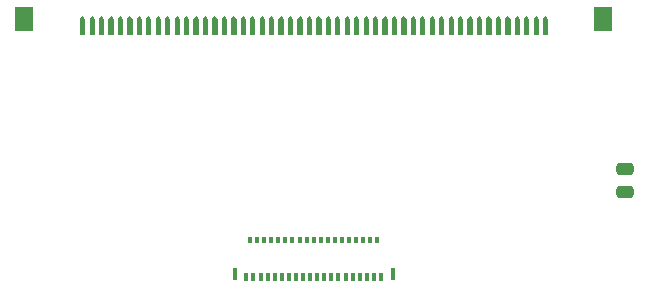
<source format=gbr>
%TF.GenerationSoftware,KiCad,Pcbnew,(7.0.0)*%
%TF.CreationDate,2023-08-31T15:59:46+04:00*%
%TF.ProjectId,RD53B_Quad_ZIF_to_ERF8_Data_Adapter,52443533-425f-4517-9561-645f5a49465f,V0*%
%TF.SameCoordinates,Original*%
%TF.FileFunction,Paste,Top*%
%TF.FilePolarity,Positive*%
%FSLAX46Y46*%
G04 Gerber Fmt 4.6, Leading zero omitted, Abs format (unit mm)*
G04 Created by KiCad (PCBNEW (7.0.0)) date 2023-08-31 15:59:46*
%MOMM*%
%LPD*%
G01*
G04 APERTURE LIST*
G04 Aperture macros list*
%AMRoundRect*
0 Rectangle with rounded corners*
0 $1 Rounding radius*
0 $2 $3 $4 $5 $6 $7 $8 $9 X,Y pos of 4 corners*
0 Add a 4 corners polygon primitive as box body*
4,1,4,$2,$3,$4,$5,$6,$7,$8,$9,$2,$3,0*
0 Add four circle primitives for the rounded corners*
1,1,$1+$1,$2,$3*
1,1,$1+$1,$4,$5*
1,1,$1+$1,$6,$7*
1,1,$1+$1,$8,$9*
0 Add four rect primitives between the rounded corners*
20,1,$1+$1,$2,$3,$4,$5,0*
20,1,$1+$1,$4,$5,$6,$7,0*
20,1,$1+$1,$6,$7,$8,$9,0*
20,1,$1+$1,$8,$9,$2,$3,0*%
G04 Aperture macros list end*
%ADD10C,0.010000*%
%ADD11R,1.500000X2.000000*%
%ADD12RoundRect,0.250000X0.475000X-0.250000X0.475000X0.250000X-0.475000X0.250000X-0.475000X-0.250000X0*%
%ADD13R,0.300000X0.700000*%
%ADD14R,0.300000X0.500000*%
%ADD15R,0.350000X1.000000*%
G04 APERTURE END LIST*
%TO.C,J5*%
G36*
X133000500Y-86240000D02*
G01*
X133000500Y-87510000D01*
X132640500Y-87510000D01*
X132640500Y-86240000D01*
X132820500Y-85980000D01*
X133000500Y-86240000D01*
G37*
D10*
X133000500Y-86240000D02*
X133000500Y-87510000D01*
X132640500Y-87510000D01*
X132640500Y-86240000D01*
X132820500Y-85980000D01*
X133000500Y-86240000D01*
G36*
X133800500Y-86240000D02*
G01*
X133800500Y-87510000D01*
X133440500Y-87510000D01*
X133440500Y-86240000D01*
X133620500Y-85980000D01*
X133800500Y-86240000D01*
G37*
X133800500Y-86240000D02*
X133800500Y-87510000D01*
X133440500Y-87510000D01*
X133440500Y-86240000D01*
X133620500Y-85980000D01*
X133800500Y-86240000D01*
G36*
X134600500Y-86240000D02*
G01*
X134600500Y-87510000D01*
X134240500Y-87510000D01*
X134240500Y-86240000D01*
X134420500Y-85980000D01*
X134600500Y-86240000D01*
G37*
X134600500Y-86240000D02*
X134600500Y-87510000D01*
X134240500Y-87510000D01*
X134240500Y-86240000D01*
X134420500Y-85980000D01*
X134600500Y-86240000D01*
G36*
X135400500Y-86240000D02*
G01*
X135400500Y-87510000D01*
X135040500Y-87510000D01*
X135040500Y-86240000D01*
X135220500Y-85980000D01*
X135400500Y-86240000D01*
G37*
X135400500Y-86240000D02*
X135400500Y-87510000D01*
X135040500Y-87510000D01*
X135040500Y-86240000D01*
X135220500Y-85980000D01*
X135400500Y-86240000D01*
G36*
X136200500Y-86240000D02*
G01*
X136200500Y-87510000D01*
X135840500Y-87510000D01*
X135840500Y-86240000D01*
X136020500Y-85980000D01*
X136200500Y-86240000D01*
G37*
X136200500Y-86240000D02*
X136200500Y-87510000D01*
X135840500Y-87510000D01*
X135840500Y-86240000D01*
X136020500Y-85980000D01*
X136200500Y-86240000D01*
G36*
X137000500Y-86240000D02*
G01*
X137000500Y-87510000D01*
X136640500Y-87510000D01*
X136640500Y-86240000D01*
X136820500Y-85980000D01*
X137000500Y-86240000D01*
G37*
X137000500Y-86240000D02*
X137000500Y-87510000D01*
X136640500Y-87510000D01*
X136640500Y-86240000D01*
X136820500Y-85980000D01*
X137000500Y-86240000D01*
G36*
X137800500Y-86240000D02*
G01*
X137800500Y-87510000D01*
X137440500Y-87510000D01*
X137440500Y-86240000D01*
X137620500Y-85980000D01*
X137800500Y-86240000D01*
G37*
X137800500Y-86240000D02*
X137800500Y-87510000D01*
X137440500Y-87510000D01*
X137440500Y-86240000D01*
X137620500Y-85980000D01*
X137800500Y-86240000D01*
G36*
X138600500Y-86240000D02*
G01*
X138600500Y-87510000D01*
X138240500Y-87510000D01*
X138240500Y-86240000D01*
X138420500Y-85980000D01*
X138600500Y-86240000D01*
G37*
X138600500Y-86240000D02*
X138600500Y-87510000D01*
X138240500Y-87510000D01*
X138240500Y-86240000D01*
X138420500Y-85980000D01*
X138600500Y-86240000D01*
G36*
X139400500Y-86240000D02*
G01*
X139400500Y-87510000D01*
X139040500Y-87510000D01*
X139040500Y-86240000D01*
X139220500Y-85980000D01*
X139400500Y-86240000D01*
G37*
X139400500Y-86240000D02*
X139400500Y-87510000D01*
X139040500Y-87510000D01*
X139040500Y-86240000D01*
X139220500Y-85980000D01*
X139400500Y-86240000D01*
G36*
X140200500Y-86240000D02*
G01*
X140200500Y-87510000D01*
X139840500Y-87510000D01*
X139840500Y-86240000D01*
X140020500Y-85980000D01*
X140200500Y-86240000D01*
G37*
X140200500Y-86240000D02*
X140200500Y-87510000D01*
X139840500Y-87510000D01*
X139840500Y-86240000D01*
X140020500Y-85980000D01*
X140200500Y-86240000D01*
G36*
X141000500Y-86240000D02*
G01*
X141000500Y-87510000D01*
X140640500Y-87510000D01*
X140640500Y-86240000D01*
X140820500Y-85980000D01*
X141000500Y-86240000D01*
G37*
X141000500Y-86240000D02*
X141000500Y-87510000D01*
X140640500Y-87510000D01*
X140640500Y-86240000D01*
X140820500Y-85980000D01*
X141000500Y-86240000D01*
G36*
X141800500Y-86240000D02*
G01*
X141800500Y-87510000D01*
X141440500Y-87510000D01*
X141440500Y-86240000D01*
X141620500Y-85980000D01*
X141800500Y-86240000D01*
G37*
X141800500Y-86240000D02*
X141800500Y-87510000D01*
X141440500Y-87510000D01*
X141440500Y-86240000D01*
X141620500Y-85980000D01*
X141800500Y-86240000D01*
G36*
X142600500Y-86240000D02*
G01*
X142600500Y-87510000D01*
X142240500Y-87510000D01*
X142240500Y-86240000D01*
X142420500Y-85980000D01*
X142600500Y-86240000D01*
G37*
X142600500Y-86240000D02*
X142600500Y-87510000D01*
X142240500Y-87510000D01*
X142240500Y-86240000D01*
X142420500Y-85980000D01*
X142600500Y-86240000D01*
G36*
X143400500Y-86240000D02*
G01*
X143400500Y-87510000D01*
X143040500Y-87510000D01*
X143040500Y-86240000D01*
X143220500Y-85980000D01*
X143400500Y-86240000D01*
G37*
X143400500Y-86240000D02*
X143400500Y-87510000D01*
X143040500Y-87510000D01*
X143040500Y-86240000D01*
X143220500Y-85980000D01*
X143400500Y-86240000D01*
G36*
X144200500Y-86240000D02*
G01*
X144200500Y-87510000D01*
X143840500Y-87510000D01*
X143840500Y-86240000D01*
X144020500Y-85980000D01*
X144200500Y-86240000D01*
G37*
X144200500Y-86240000D02*
X144200500Y-87510000D01*
X143840500Y-87510000D01*
X143840500Y-86240000D01*
X144020500Y-85980000D01*
X144200500Y-86240000D01*
G36*
X145000500Y-86240000D02*
G01*
X145000500Y-87510000D01*
X144640500Y-87510000D01*
X144640500Y-86240000D01*
X144820500Y-85980000D01*
X145000500Y-86240000D01*
G37*
X145000500Y-86240000D02*
X145000500Y-87510000D01*
X144640500Y-87510000D01*
X144640500Y-86240000D01*
X144820500Y-85980000D01*
X145000500Y-86240000D01*
G36*
X145800500Y-86240000D02*
G01*
X145800500Y-87510000D01*
X145440500Y-87510000D01*
X145440500Y-86240000D01*
X145620500Y-85980000D01*
X145800500Y-86240000D01*
G37*
X145800500Y-86240000D02*
X145800500Y-87510000D01*
X145440500Y-87510000D01*
X145440500Y-86240000D01*
X145620500Y-85980000D01*
X145800500Y-86240000D01*
G36*
X146600500Y-86240000D02*
G01*
X146600500Y-87510000D01*
X146240500Y-87510000D01*
X146240500Y-86240000D01*
X146420500Y-85980000D01*
X146600500Y-86240000D01*
G37*
X146600500Y-86240000D02*
X146600500Y-87510000D01*
X146240500Y-87510000D01*
X146240500Y-86240000D01*
X146420500Y-85980000D01*
X146600500Y-86240000D01*
G36*
X147400500Y-86240000D02*
G01*
X147400500Y-87510000D01*
X147040500Y-87510000D01*
X147040500Y-86240000D01*
X147220500Y-85980000D01*
X147400500Y-86240000D01*
G37*
X147400500Y-86240000D02*
X147400500Y-87510000D01*
X147040500Y-87510000D01*
X147040500Y-86240000D01*
X147220500Y-85980000D01*
X147400500Y-86240000D01*
G36*
X148200500Y-86240000D02*
G01*
X148200500Y-87510000D01*
X147840500Y-87510000D01*
X147840500Y-86240000D01*
X148020500Y-85980000D01*
X148200500Y-86240000D01*
G37*
X148200500Y-86240000D02*
X148200500Y-87510000D01*
X147840500Y-87510000D01*
X147840500Y-86240000D01*
X148020500Y-85980000D01*
X148200500Y-86240000D01*
G36*
X149000500Y-86240000D02*
G01*
X149000500Y-87510000D01*
X148640500Y-87510000D01*
X148640500Y-86240000D01*
X148820500Y-85980000D01*
X149000500Y-86240000D01*
G37*
X149000500Y-86240000D02*
X149000500Y-87510000D01*
X148640500Y-87510000D01*
X148640500Y-86240000D01*
X148820500Y-85980000D01*
X149000500Y-86240000D01*
G36*
X149800500Y-86240000D02*
G01*
X149800500Y-87510000D01*
X149440500Y-87510000D01*
X149440500Y-86240000D01*
X149620500Y-85980000D01*
X149800500Y-86240000D01*
G37*
X149800500Y-86240000D02*
X149800500Y-87510000D01*
X149440500Y-87510000D01*
X149440500Y-86240000D01*
X149620500Y-85980000D01*
X149800500Y-86240000D01*
G36*
X150600500Y-86240000D02*
G01*
X150600500Y-87510000D01*
X150240500Y-87510000D01*
X150240500Y-86240000D01*
X150420500Y-85980000D01*
X150600500Y-86240000D01*
G37*
X150600500Y-86240000D02*
X150600500Y-87510000D01*
X150240500Y-87510000D01*
X150240500Y-86240000D01*
X150420500Y-85980000D01*
X150600500Y-86240000D01*
G36*
X151400500Y-86240000D02*
G01*
X151400500Y-87510000D01*
X151040500Y-87510000D01*
X151040500Y-86240000D01*
X151220500Y-85980000D01*
X151400500Y-86240000D01*
G37*
X151400500Y-86240000D02*
X151400500Y-87510000D01*
X151040500Y-87510000D01*
X151040500Y-86240000D01*
X151220500Y-85980000D01*
X151400500Y-86240000D01*
G36*
X152200500Y-86240000D02*
G01*
X152200500Y-87510000D01*
X151840500Y-87510000D01*
X151840500Y-86240000D01*
X152020500Y-85980000D01*
X152200500Y-86240000D01*
G37*
X152200500Y-86240000D02*
X152200500Y-87510000D01*
X151840500Y-87510000D01*
X151840500Y-86240000D01*
X152020500Y-85980000D01*
X152200500Y-86240000D01*
G36*
X153000500Y-86240000D02*
G01*
X153000500Y-87510000D01*
X152640500Y-87510000D01*
X152640500Y-86240000D01*
X152820500Y-85980000D01*
X153000500Y-86240000D01*
G37*
X153000500Y-86240000D02*
X153000500Y-87510000D01*
X152640500Y-87510000D01*
X152640500Y-86240000D01*
X152820500Y-85980000D01*
X153000500Y-86240000D01*
G36*
X153800500Y-86240000D02*
G01*
X153800500Y-87510000D01*
X153440500Y-87510000D01*
X153440500Y-86240000D01*
X153620500Y-85980000D01*
X153800500Y-86240000D01*
G37*
X153800500Y-86240000D02*
X153800500Y-87510000D01*
X153440500Y-87510000D01*
X153440500Y-86240000D01*
X153620500Y-85980000D01*
X153800500Y-86240000D01*
G36*
X154600500Y-86240000D02*
G01*
X154600500Y-87510000D01*
X154240500Y-87510000D01*
X154240500Y-86240000D01*
X154420500Y-85980000D01*
X154600500Y-86240000D01*
G37*
X154600500Y-86240000D02*
X154600500Y-87510000D01*
X154240500Y-87510000D01*
X154240500Y-86240000D01*
X154420500Y-85980000D01*
X154600500Y-86240000D01*
G36*
X155400500Y-86240000D02*
G01*
X155400500Y-87510000D01*
X155040500Y-87510000D01*
X155040500Y-86240000D01*
X155220500Y-85980000D01*
X155400500Y-86240000D01*
G37*
X155400500Y-86240000D02*
X155400500Y-87510000D01*
X155040500Y-87510000D01*
X155040500Y-86240000D01*
X155220500Y-85980000D01*
X155400500Y-86240000D01*
G36*
X156200500Y-86240000D02*
G01*
X156200500Y-87510000D01*
X155840500Y-87510000D01*
X155840500Y-86240000D01*
X156020500Y-85980000D01*
X156200500Y-86240000D01*
G37*
X156200500Y-86240000D02*
X156200500Y-87510000D01*
X155840500Y-87510000D01*
X155840500Y-86240000D01*
X156020500Y-85980000D01*
X156200500Y-86240000D01*
G36*
X157000500Y-86240000D02*
G01*
X157000500Y-87510000D01*
X156640500Y-87510000D01*
X156640500Y-86240000D01*
X156820500Y-85980000D01*
X157000500Y-86240000D01*
G37*
X157000500Y-86240000D02*
X157000500Y-87510000D01*
X156640500Y-87510000D01*
X156640500Y-86240000D01*
X156820500Y-85980000D01*
X157000500Y-86240000D01*
G36*
X157800500Y-86240000D02*
G01*
X157800500Y-87510000D01*
X157440500Y-87510000D01*
X157440500Y-86240000D01*
X157620500Y-85980000D01*
X157800500Y-86240000D01*
G37*
X157800500Y-86240000D02*
X157800500Y-87510000D01*
X157440500Y-87510000D01*
X157440500Y-86240000D01*
X157620500Y-85980000D01*
X157800500Y-86240000D01*
G36*
X158600500Y-86240000D02*
G01*
X158600500Y-87510000D01*
X158240500Y-87510000D01*
X158240500Y-86240000D01*
X158420500Y-85980000D01*
X158600500Y-86240000D01*
G37*
X158600500Y-86240000D02*
X158600500Y-87510000D01*
X158240500Y-87510000D01*
X158240500Y-86240000D01*
X158420500Y-85980000D01*
X158600500Y-86240000D01*
G36*
X159400500Y-86240000D02*
G01*
X159400500Y-87510000D01*
X159040500Y-87510000D01*
X159040500Y-86240000D01*
X159220500Y-85980000D01*
X159400500Y-86240000D01*
G37*
X159400500Y-86240000D02*
X159400500Y-87510000D01*
X159040500Y-87510000D01*
X159040500Y-86240000D01*
X159220500Y-85980000D01*
X159400500Y-86240000D01*
G36*
X160200500Y-86240000D02*
G01*
X160200500Y-87510000D01*
X159840500Y-87510000D01*
X159840500Y-86240000D01*
X160020500Y-85980000D01*
X160200500Y-86240000D01*
G37*
X160200500Y-86240000D02*
X160200500Y-87510000D01*
X159840500Y-87510000D01*
X159840500Y-86240000D01*
X160020500Y-85980000D01*
X160200500Y-86240000D01*
G36*
X161000500Y-86240000D02*
G01*
X161000500Y-87510000D01*
X160640500Y-87510000D01*
X160640500Y-86240000D01*
X160820500Y-85980000D01*
X161000500Y-86240000D01*
G37*
X161000500Y-86240000D02*
X161000500Y-87510000D01*
X160640500Y-87510000D01*
X160640500Y-86240000D01*
X160820500Y-85980000D01*
X161000500Y-86240000D01*
G36*
X161800500Y-86240000D02*
G01*
X161800500Y-87510000D01*
X161440500Y-87510000D01*
X161440500Y-86240000D01*
X161620500Y-85980000D01*
X161800500Y-86240000D01*
G37*
X161800500Y-86240000D02*
X161800500Y-87510000D01*
X161440500Y-87510000D01*
X161440500Y-86240000D01*
X161620500Y-85980000D01*
X161800500Y-86240000D01*
G36*
X162600500Y-86240000D02*
G01*
X162600500Y-87510000D01*
X162240500Y-87510000D01*
X162240500Y-86240000D01*
X162420500Y-85980000D01*
X162600500Y-86240000D01*
G37*
X162600500Y-86240000D02*
X162600500Y-87510000D01*
X162240500Y-87510000D01*
X162240500Y-86240000D01*
X162420500Y-85980000D01*
X162600500Y-86240000D01*
G36*
X163400500Y-86240000D02*
G01*
X163400500Y-87510000D01*
X163040500Y-87510000D01*
X163040500Y-86240000D01*
X163220500Y-85980000D01*
X163400500Y-86240000D01*
G37*
X163400500Y-86240000D02*
X163400500Y-87510000D01*
X163040500Y-87510000D01*
X163040500Y-86240000D01*
X163220500Y-85980000D01*
X163400500Y-86240000D01*
G36*
X164200500Y-86240000D02*
G01*
X164200500Y-87510000D01*
X163840500Y-87510000D01*
X163840500Y-86240000D01*
X164020500Y-85980000D01*
X164200500Y-86240000D01*
G37*
X164200500Y-86240000D02*
X164200500Y-87510000D01*
X163840500Y-87510000D01*
X163840500Y-86240000D01*
X164020500Y-85980000D01*
X164200500Y-86240000D01*
G36*
X165000500Y-86240000D02*
G01*
X165000500Y-87510000D01*
X164640500Y-87510000D01*
X164640500Y-86240000D01*
X164820500Y-85980000D01*
X165000500Y-86240000D01*
G37*
X165000500Y-86240000D02*
X165000500Y-87510000D01*
X164640500Y-87510000D01*
X164640500Y-86240000D01*
X164820500Y-85980000D01*
X165000500Y-86240000D01*
G36*
X165800500Y-86240000D02*
G01*
X165800500Y-87510000D01*
X165440500Y-87510000D01*
X165440500Y-86240000D01*
X165620500Y-85980000D01*
X165800500Y-86240000D01*
G37*
X165800500Y-86240000D02*
X165800500Y-87510000D01*
X165440500Y-87510000D01*
X165440500Y-86240000D01*
X165620500Y-85980000D01*
X165800500Y-86240000D01*
G36*
X166600500Y-86240000D02*
G01*
X166600500Y-87510000D01*
X166240500Y-87510000D01*
X166240500Y-86240000D01*
X166420500Y-85980000D01*
X166600500Y-86240000D01*
G37*
X166600500Y-86240000D02*
X166600500Y-87510000D01*
X166240500Y-87510000D01*
X166240500Y-86240000D01*
X166420500Y-85980000D01*
X166600500Y-86240000D01*
G36*
X167400500Y-86240000D02*
G01*
X167400500Y-87510000D01*
X167040500Y-87510000D01*
X167040500Y-86240000D01*
X167220500Y-85980000D01*
X167400500Y-86240000D01*
G37*
X167400500Y-86240000D02*
X167400500Y-87510000D01*
X167040500Y-87510000D01*
X167040500Y-86240000D01*
X167220500Y-85980000D01*
X167400500Y-86240000D01*
G36*
X168200500Y-86240000D02*
G01*
X168200500Y-87510000D01*
X167840500Y-87510000D01*
X167840500Y-86240000D01*
X168020500Y-85980000D01*
X168200500Y-86240000D01*
G37*
X168200500Y-86240000D02*
X168200500Y-87510000D01*
X167840500Y-87510000D01*
X167840500Y-86240000D01*
X168020500Y-85980000D01*
X168200500Y-86240000D01*
G36*
X169000500Y-86240000D02*
G01*
X169000500Y-87510000D01*
X168640500Y-87510000D01*
X168640500Y-86240000D01*
X168820500Y-85980000D01*
X169000500Y-86240000D01*
G37*
X169000500Y-86240000D02*
X169000500Y-87510000D01*
X168640500Y-87510000D01*
X168640500Y-86240000D01*
X168820500Y-85980000D01*
X169000500Y-86240000D01*
G36*
X169800500Y-86240000D02*
G01*
X169800500Y-87510000D01*
X169440500Y-87510000D01*
X169440500Y-86240000D01*
X169620500Y-85980000D01*
X169800500Y-86240000D01*
G37*
X169800500Y-86240000D02*
X169800500Y-87510000D01*
X169440500Y-87510000D01*
X169440500Y-86240000D01*
X169620500Y-85980000D01*
X169800500Y-86240000D01*
G36*
X170600500Y-86240000D02*
G01*
X170600500Y-87510000D01*
X170240500Y-87510000D01*
X170240500Y-86240000D01*
X170420500Y-85980000D01*
X170600500Y-86240000D01*
G37*
X170600500Y-86240000D02*
X170600500Y-87510000D01*
X170240500Y-87510000D01*
X170240500Y-86240000D01*
X170420500Y-85980000D01*
X170600500Y-86240000D01*
G36*
X171400500Y-86240000D02*
G01*
X171400500Y-87510000D01*
X171040500Y-87510000D01*
X171040500Y-86240000D01*
X171220500Y-85980000D01*
X171400500Y-86240000D01*
G37*
X171400500Y-86240000D02*
X171400500Y-87510000D01*
X171040500Y-87510000D01*
X171040500Y-86240000D01*
X171220500Y-85980000D01*
X171400500Y-86240000D01*
G36*
X172200500Y-86240000D02*
G01*
X172200500Y-87510000D01*
X171840500Y-87510000D01*
X171840500Y-86240000D01*
X172020500Y-85980000D01*
X172200500Y-86240000D01*
G37*
X172200500Y-86240000D02*
X172200500Y-87510000D01*
X171840500Y-87510000D01*
X171840500Y-86240000D01*
X172020500Y-85980000D01*
X172200500Y-86240000D01*
%TD*%
D11*
%TO.C,J5*%
X127920499Y-86209999D03*
X176920499Y-86209999D03*
%TD*%
D12*
%TO.C,C1*%
X178790000Y-100886000D03*
X178790000Y-98986000D03*
%TD*%
D13*
%TO.C,J_conn1*%
X146720499Y-108088500D03*
D14*
X147020499Y-104988500D03*
D13*
X147320499Y-108088500D03*
D14*
X147620499Y-104988500D03*
D13*
X147920499Y-108088500D03*
D14*
X148220499Y-104988500D03*
D13*
X148520499Y-108088500D03*
D14*
X148820499Y-104988500D03*
D13*
X149120499Y-108088500D03*
D14*
X149420499Y-104988500D03*
D13*
X149720499Y-108088500D03*
D14*
X150020499Y-104988500D03*
D13*
X150320499Y-108088500D03*
D14*
X150620499Y-104988500D03*
D13*
X150920499Y-108088500D03*
D14*
X151220499Y-104988500D03*
D13*
X151520499Y-108088500D03*
D14*
X151820499Y-104988500D03*
D13*
X152120499Y-108088500D03*
D14*
X152420499Y-104988500D03*
D13*
X152720499Y-108088500D03*
D14*
X153020499Y-104988500D03*
D13*
X153320499Y-108088500D03*
D14*
X153620499Y-104988500D03*
D13*
X153920499Y-108088500D03*
D14*
X154220499Y-104988500D03*
D13*
X154520499Y-108088500D03*
D14*
X154820499Y-104988500D03*
D13*
X155120499Y-108088500D03*
D14*
X155420499Y-104988500D03*
D13*
X155720499Y-108088500D03*
D14*
X156020499Y-104988500D03*
D13*
X156320499Y-108088500D03*
D14*
X156620499Y-104988500D03*
D13*
X156920499Y-108088500D03*
D14*
X157220499Y-104988500D03*
D13*
X157520499Y-108088500D03*
D14*
X157820499Y-104988500D03*
D13*
X158120499Y-108088500D03*
D15*
X145720499Y-107838500D03*
X159120499Y-107838500D03*
%TD*%
M02*

</source>
